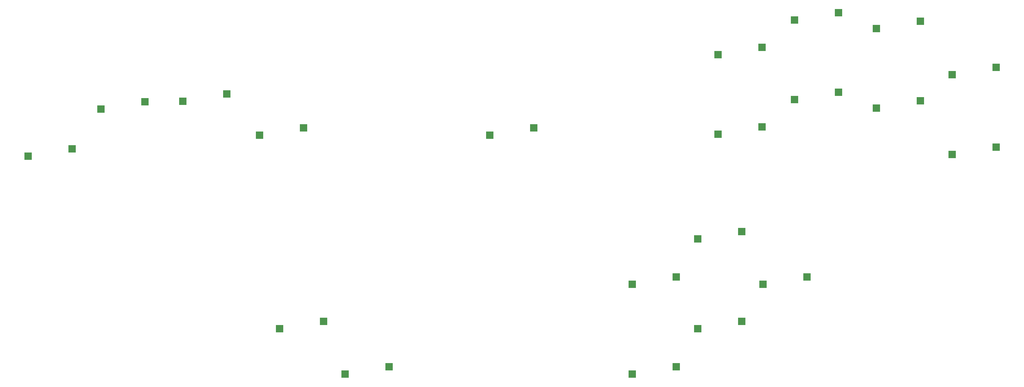
<source format=gbr>
%TF.GenerationSoftware,KiCad,Pcbnew,(6.0.5)*%
%TF.CreationDate,2022-06-18T14:01:58-07:00*%
%TF.ProjectId,OF1 v1,4f463120-7631-42e6-9b69-6361645f7063,rev?*%
%TF.SameCoordinates,Original*%
%TF.FileFunction,Paste,Bot*%
%TF.FilePolarity,Positive*%
%FSLAX46Y46*%
G04 Gerber Fmt 4.6, Leading zero omitted, Abs format (unit mm)*
G04 Created by KiCad (PCBNEW (6.0.5)) date 2022-06-18 14:01:58*
%MOMM*%
%LPD*%
G01*
G04 APERTURE LIST*
%ADD10R,2.550000X2.500000*%
G04 APERTURE END LIST*
D10*
%TO.C,U$1*%
X-18018900Y-94497600D03*
X-2778900Y-91957600D03*
%TD*%
%TO.C,U$10*%
X247501100Y-47252600D03*
X262741100Y-44712600D03*
%TD*%
%TO.C,U$11*%
X275856100Y-50227600D03*
X291096100Y-47687600D03*
%TD*%
%TO.C,U$12*%
X302079100Y-66263600D03*
X317319100Y-63723600D03*
%TD*%
%TO.C,U$13*%
X220983100Y-86857600D03*
X236223100Y-84317600D03*
%TD*%
%TO.C,U$14*%
X247501100Y-74862600D03*
X262741100Y-72322600D03*
%TD*%
%TO.C,U$15*%
X275856100Y-77837600D03*
X291096100Y-75297600D03*
%TD*%
%TO.C,U$16*%
X302079100Y-93873600D03*
X317319100Y-91333600D03*
%TD*%
%TO.C,U$17*%
X213968100Y-123197600D03*
X229208100Y-120657600D03*
%TD*%
%TO.C,U$18*%
X191281100Y-138967600D03*
X206521100Y-136427600D03*
%TD*%
%TO.C,U$19*%
X236625100Y-138967600D03*
X251865100Y-136427600D03*
%TD*%
%TO.C,U$2*%
X7261100Y-78194600D03*
X22501100Y-75654600D03*
%TD*%
%TO.C,U$20*%
X213968100Y-154382600D03*
X229208100Y-151842600D03*
%TD*%
%TO.C,U$21*%
X191281100Y-170152600D03*
X206521100Y-167612600D03*
%TD*%
%TO.C,U$4*%
X35617100Y-75468600D03*
X50857100Y-72928600D03*
%TD*%
%TO.C,U$5*%
X62189100Y-87231600D03*
X77429100Y-84691600D03*
%TD*%
%TO.C,U$6*%
X69148100Y-154382600D03*
X84388100Y-151842600D03*
%TD*%
%TO.C,U$7*%
X91836100Y-170151600D03*
X107076100Y-167611600D03*
%TD*%
%TO.C,U$8*%
X141921100Y-87231600D03*
X157161100Y-84691600D03*
%TD*%
%TO.C,U$9*%
X220983100Y-59248600D03*
X236223100Y-56708600D03*
%TD*%
M02*

</source>
